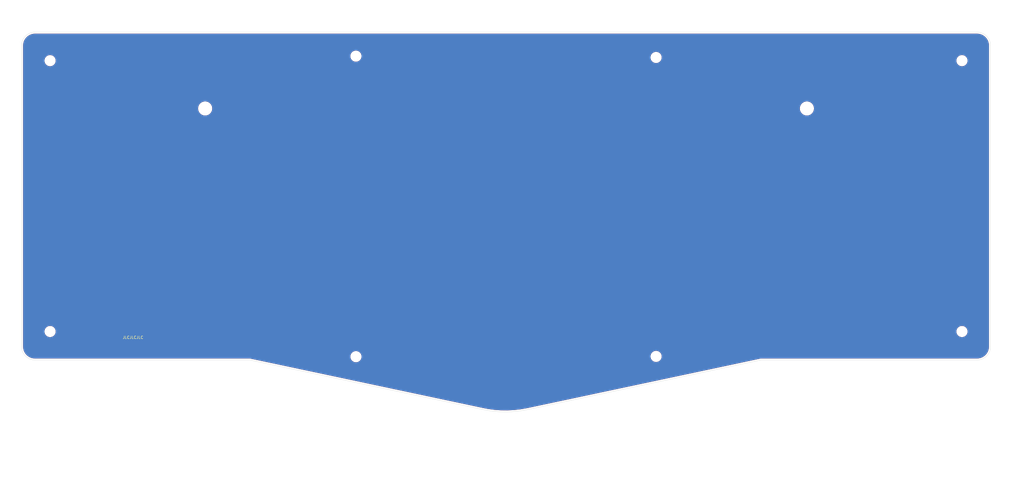
<source format=kicad_pcb>
(kicad_pcb (version 20171130) (host pcbnew 5.1.6-c6e7f7d~86~ubuntu18.04.1)

  (general
    (thickness 1.6)
    (drawings 13)
    (tracks 0)
    (zones 0)
    (modules 10)
    (nets 1)
  )

  (page A4)
  (layers
    (0 F.Cu signal)
    (31 B.Cu signal)
    (32 B.Adhes user)
    (33 F.Adhes user)
    (34 B.Paste user)
    (35 F.Paste user)
    (36 B.SilkS user)
    (37 F.SilkS user)
    (38 B.Mask user)
    (39 F.Mask user)
    (40 Dwgs.User user)
    (41 Cmts.User user)
    (42 Eco1.User user)
    (43 Eco2.User user)
    (44 Edge.Cuts user)
    (45 Margin user)
    (46 B.CrtYd user)
    (47 F.CrtYd user)
    (48 B.Fab user)
    (49 F.Fab user)
  )

  (setup
    (last_trace_width 0.25)
    (trace_clearance 0.2)
    (zone_clearance 0.508)
    (zone_45_only no)
    (trace_min 0.2)
    (via_size 0.8)
    (via_drill 0.4)
    (via_min_size 0.4)
    (via_min_drill 0.3)
    (uvia_size 0.3)
    (uvia_drill 0.1)
    (uvias_allowed no)
    (uvia_min_size 0.2)
    (uvia_min_drill 0.1)
    (edge_width 0.05)
    (segment_width 0.2)
    (pcb_text_width 0.3)
    (pcb_text_size 1.5 1.5)
    (mod_edge_width 0.12)
    (mod_text_size 1 1)
    (mod_text_width 0.15)
    (pad_size 1.524 1.524)
    (pad_drill 0.762)
    (pad_to_mask_clearance 0.05)
    (aux_axis_origin 0 0)
    (visible_elements FFFFFF7F)
    (pcbplotparams
      (layerselection 0x010fc_ffffffff)
      (usegerberextensions false)
      (usegerberattributes true)
      (usegerberadvancedattributes true)
      (creategerberjobfile true)
      (excludeedgelayer true)
      (linewidth 0.100000)
      (plotframeref false)
      (viasonmask false)
      (mode 1)
      (useauxorigin false)
      (hpglpennumber 1)
      (hpglpenspeed 20)
      (hpglpendiameter 15.000000)
      (psnegative false)
      (psa4output false)
      (plotreference true)
      (plotvalue true)
      (plotinvisibletext false)
      (padsonsilk false)
      (subtractmaskfromsilk false)
      (outputformat 1)
      (mirror false)
      (drillshape 0)
      (scaleselection 1)
      (outputdirectory "gerbers"))
  )

  (net 0 "")

  (net_class Default "This is the default net class."
    (clearance 0.2)
    (trace_width 0.25)
    (via_dia 0.8)
    (via_drill 0.4)
    (uvia_dia 0.3)
    (uvia_drill 0.1)
  )

  (module MountingHole:MountingHole_3.2mm_M3 (layer F.Cu) (tedit 56D1B4CB) (tstamp 5EE4C0F8)
    (at 371.66875 129.767699)
    (descr "Mounting Hole 3.2mm, no annular, M3")
    (tags "mounting hole 3.2mm no annular m3")
    (attr virtual)
    (fp_text reference REF** (at 0 -4.5) (layer F.SilkS) hide
      (effects (font (size 1 1) (thickness 0.15)))
    )
    (fp_text value MountingHole_3.2mm_M3 (at 0 4.5) (layer F.Fab)
      (effects (font (size 1 1) (thickness 0.15)))
    )
    (fp_circle (center 0 0) (end 3.45 0) (layer F.CrtYd) (width 0.05))
    (fp_circle (center 0 0) (end 3.2 0) (layer Cmts.User) (width 0.15))
    (fp_text user %R (at 0.3 0) (layer F.Fab)
      (effects (font (size 1 1) (thickness 0.15)))
    )
    (pad 1 np_thru_hole circle (at 0 0) (size 3.2 3.2) (drill 3.2) (layers *.Cu *.Mask))
  )

  (module MountingHole:MountingHole_3.2mm_M3 (layer F.Cu) (tedit 56D1B4CB) (tstamp 5EE4C037)
    (at 256.66875 139.136074)
    (descr "Mounting Hole 3.2mm, no annular, M3")
    (tags "mounting hole 3.2mm no annular m3")
    (attr virtual)
    (fp_text reference REF** (at 0 -4.5) (layer F.SilkS) hide
      (effects (font (size 1 1) (thickness 0.15)))
    )
    (fp_text value MountingHole_3.2mm_M3 (at 0 4.5) (layer F.Fab)
      (effects (font (size 1 1) (thickness 0.15)))
    )
    (fp_circle (center 0 0) (end 3.45 0) (layer F.CrtYd) (width 0.05))
    (fp_circle (center 0 0) (end 3.2 0) (layer Cmts.User) (width 0.15))
    (fp_text user %R (at 0.3 0) (layer F.Fab)
      (effects (font (size 1 1) (thickness 0.15)))
    )
    (pad 1 np_thru_hole circle (at 0 0) (size 3.2 3.2) (drill 3.2) (layers *.Cu *.Mask))
  )

  (module MountingHole:MountingHole_3.2mm_M3 (layer F.Cu) (tedit 56D1B4CB) (tstamp 5EE4BF76)
    (at 143.83 139.242086)
    (descr "Mounting Hole 3.2mm, no annular, M3")
    (tags "mounting hole 3.2mm no annular m3")
    (attr virtual)
    (fp_text reference REF** (at 0 -4.5) (layer F.SilkS) hide
      (effects (font (size 1 1) (thickness 0.15)))
    )
    (fp_text value MountingHole_3.2mm_M3 (at 0 4.5) (layer F.Fab)
      (effects (font (size 1 1) (thickness 0.15)))
    )
    (fp_circle (center 0 0) (end 3.45 0) (layer F.CrtYd) (width 0.05))
    (fp_circle (center 0 0) (end 3.2 0) (layer Cmts.User) (width 0.15))
    (fp_text user %R (at 0.3 0) (layer F.Fab)
      (effects (font (size 1 1) (thickness 0.15)))
    )
    (pad 1 np_thru_hole circle (at 0 0) (size 3.2 3.2) (drill 3.2) (layers *.Cu *.Mask))
  )

  (module MountingHole:MountingHole_3.2mm_M3 (layer F.Cu) (tedit 56D1B4CB) (tstamp 5EE4BEAA)
    (at 28.830001 129.767699)
    (descr "Mounting Hole 3.2mm, no annular, M3")
    (tags "mounting hole 3.2mm no annular m3")
    (attr virtual)
    (fp_text reference REF** (at 0 -4.5) (layer F.SilkS) hide
      (effects (font (size 1 1) (thickness 0.15)))
    )
    (fp_text value MountingHole_3.2mm_M3 (at 0 4.5) (layer F.Fab)
      (effects (font (size 1 1) (thickness 0.15)))
    )
    (fp_circle (center 0 0) (end 3.45 0) (layer F.CrtYd) (width 0.05))
    (fp_circle (center 0 0) (end 3.2 0) (layer Cmts.User) (width 0.15))
    (fp_text user %R (at 0.3 0) (layer F.Fab)
      (effects (font (size 1 1) (thickness 0.15)))
    )
    (pad 1 np_thru_hole circle (at 0 0) (size 3.2 3.2) (drill 3.2) (layers *.Cu *.Mask))
  )

  (module MountingHole:MountingHole_3.2mm_M3 (layer F.Cu) (tedit 56D1B4CB) (tstamp 5EE4BDEC)
    (at 371.66875 27.827699)
    (descr "Mounting Hole 3.2mm, no annular, M3")
    (tags "mounting hole 3.2mm no annular m3")
    (attr virtual)
    (fp_text reference REF** (at 0 -4.5) (layer F.SilkS) hide
      (effects (font (size 1 1) (thickness 0.15)))
    )
    (fp_text value MountingHole_3.2mm_M3 (at 0 4.5) (layer F.Fab)
      (effects (font (size 1 1) (thickness 0.15)))
    )
    (fp_circle (center 0 0) (end 3.45 0) (layer F.CrtYd) (width 0.05))
    (fp_circle (center 0 0) (end 3.2 0) (layer Cmts.User) (width 0.15))
    (fp_text user %R (at 0.3 0) (layer F.Fab)
      (effects (font (size 1 1) (thickness 0.15)))
    )
    (pad 1 np_thru_hole circle (at 0 0) (size 3.2 3.2) (drill 3.2) (layers *.Cu *.Mask))
  )

  (module MountingHole:MountingHole_3.2mm_M3 (layer F.Cu) (tedit 56D1B4CB) (tstamp 5EE4BD2B)
    (at 256.66875 26.627699)
    (descr "Mounting Hole 3.2mm, no annular, M3")
    (tags "mounting hole 3.2mm no annular m3")
    (attr virtual)
    (fp_text reference REF** (at 0 -4.5) (layer F.SilkS) hide
      (effects (font (size 1 1) (thickness 0.15)))
    )
    (fp_text value MountingHole_3.2mm_M3 (at 0 4.5) (layer F.Fab)
      (effects (font (size 1 1) (thickness 0.15)))
    )
    (fp_circle (center 0 0) (end 3.45 0) (layer F.CrtYd) (width 0.05))
    (fp_circle (center 0 0) (end 3.2 0) (layer Cmts.User) (width 0.15))
    (fp_text user %R (at 0.3 0) (layer F.Fab)
      (effects (font (size 1 1) (thickness 0.15)))
    )
    (pad 1 np_thru_hole circle (at 0 0) (size 3.2 3.2) (drill 3.2) (layers *.Cu *.Mask))
  )

  (module MountingHole:MountingHole_3.2mm_M3 (layer F.Cu) (tedit 56D1B4CB) (tstamp 5EE4BC95)
    (at 143.817434 26.127699)
    (descr "Mounting Hole 3.2mm, no annular, M3")
    (tags "mounting hole 3.2mm no annular m3")
    (attr virtual)
    (fp_text reference REF** (at 0 -4.5) (layer F.SilkS) hide
      (effects (font (size 1 1) (thickness 0.15)))
    )
    (fp_text value MountingHole_3.2mm_M3 (at 0 4.5) (layer F.Fab)
      (effects (font (size 1 1) (thickness 0.15)))
    )
    (fp_circle (center 0 0) (end 3.45 0) (layer F.CrtYd) (width 0.05))
    (fp_circle (center 0 0) (end 3.2 0) (layer Cmts.User) (width 0.15))
    (fp_text user %R (at 0.3 0) (layer F.Fab)
      (effects (font (size 1 1) (thickness 0.15)))
    )
    (pad 1 np_thru_hole circle (at 0 0) (size 3.2 3.2) (drill 3.2) (layers *.Cu *.Mask))
  )

  (module MountingHole:MountingHole_3.2mm_M3 (layer F.Cu) (tedit 56D1B4CB) (tstamp 5EE4BBD7)
    (at 28.830001 27.827699)
    (descr "Mounting Hole 3.2mm, no annular, M3")
    (tags "mounting hole 3.2mm no annular m3")
    (attr virtual)
    (fp_text reference REF** (at 0 -4.5) (layer F.SilkS) hide
      (effects (font (size 1 1) (thickness 0.15)))
    )
    (fp_text value MountingHole_3.2mm_M3 (at 0 4.5) (layer F.Fab)
      (effects (font (size 1 1) (thickness 0.15)))
    )
    (fp_circle (center 0 0) (end 3.45 0) (layer F.CrtYd) (width 0.05))
    (fp_circle (center 0 0) (end 3.2 0) (layer Cmts.User) (width 0.15))
    (fp_text user %R (at 0.3 0) (layer F.Fab)
      (effects (font (size 1 1) (thickness 0.15)))
    )
    (pad 1 np_thru_hole circle (at 0 0) (size 3.2 3.2) (drill 3.2) (layers *.Cu *.Mask))
  )

  (module MountingHole:MountingHole_4.3mm_M4 (layer F.Cu) (tedit 56D1B4CB) (tstamp 5EE4C2C2)
    (at 313.36875 45.827627)
    (descr "Mounting Hole 4.3mm, no annular, M4")
    (tags "mounting hole 4.3mm no annular m4")
    (attr virtual)
    (fp_text reference REF** (at 0 -5.3) (layer F.SilkS) hide
      (effects (font (size 1 1) (thickness 0.15)))
    )
    (fp_text value MountingHole_4.3mm_M4 (at 0 5.3) (layer F.Fab)
      (effects (font (size 1 1) (thickness 0.15)))
    )
    (fp_circle (center 0 0) (end 4.3 0) (layer Cmts.User) (width 0.15))
    (fp_circle (center 0 0) (end 4.55 0) (layer F.CrtYd) (width 0.05))
    (fp_text user %R (at 0.3 0) (layer F.Fab)
      (effects (font (size 1 1) (thickness 0.15)))
    )
    (pad 1 np_thru_hole circle (at 0 0) (size 4.3 4.3) (drill 4.3) (layers *.Cu *.Mask))
  )

  (module MountingHole:MountingHole_4.3mm_M4 (layer F.Cu) (tedit 56D1B4CB) (tstamp 5EE4C202)
    (at 87.13 45.827627)
    (descr "Mounting Hole 4.3mm, no annular, M4")
    (tags "mounting hole 4.3mm no annular m4")
    (attr virtual)
    (fp_text reference REF** (at 0 -5.3) (layer F.SilkS) hide
      (effects (font (size 1 1) (thickness 0.15)))
    )
    (fp_text value MountingHole_4.3mm_M4 (at 0 5.3) (layer F.Fab)
      (effects (font (size 1 1) (thickness 0.15)))
    )
    (fp_circle (center 0 0) (end 4.3 0) (layer Cmts.User) (width 0.15))
    (fp_circle (center 0 0) (end 4.55 0) (layer F.CrtYd) (width 0.05))
    (fp_text user %R (at 0.3 0) (layer F.Fab)
      (effects (font (size 1 1) (thickness 0.15)))
    )
    (pad 1 np_thru_hole circle (at 0 0) (size 4.3 4.3) (drill 4.3) (layers *.Cu *.Mask))
  )

  (gr_text JLCJLCJLC (at 60 132) (layer F.SilkS)
    (effects (font (size 1 1) (thickness 0.15)))
  )
  (gr_line (start 382.36875 22.127699) (end 382.36875 135.467699) (layer Edge.Cuts) (width 0.1))
  (gr_arc (start 377.36875 135.467699) (end 377.36875 140.467699) (angle -90) (layer Edge.Cuts) (width 0.1))
  (gr_arc (start 377.36875 22.127699) (end 382.36875 22.127699) (angle -90) (layer Edge.Cuts) (width 0.1))
  (gr_line (start 377.36875 140.467699) (end 296.096421 140.467699) (layer Edge.Cuts) (width 0.1))
  (gr_line (start 296.096421 140.467699) (end 208.316468 159.125904) (layer Edge.Cuts) (width 0.1))
  (gr_line (start 191.683532 159.125904) (end 103.903579 140.467699) (layer Edge.Cuts) (width 0.1))
  (gr_line (start 23.130001 17.127699) (end 377.36875 17.127699) (layer Edge.Cuts) (width 0.1))
  (gr_line (start 103.903579 140.467699) (end 23.130001 140.467699) (layer Edge.Cuts) (width 0.1))
  (gr_arc (start 23.130001 135.467699) (end 18.130001 135.467699) (angle -90) (layer Edge.Cuts) (width 0.1))
  (gr_line (start 18.130001 135.467699) (end 18.130001 22.127699) (layer Edge.Cuts) (width 0.1))
  (gr_arc (start 23.130001 22.127699) (end 23.130001 17.127699) (angle -90) (layer Edge.Cuts) (width 0.1))
  (gr_arc (start 200 120) (end 191.683532 159.125904) (angle -24) (layer Edge.Cuts) (width 0.1))

  (zone (net 0) (net_name "") (layer F.Cu) (tstamp 5EE54B06) (hatch edge 0.508)
    (connect_pads (clearance 0.508))
    (min_thickness 0.254)
    (fill yes (arc_segments 32) (thermal_gap 0.508) (thermal_bridge_width 0.508))
    (polygon
      (pts
        (xy 390 175) (xy 10 175) (xy 10 10) (xy 390 10)
      )
    )
    (filled_polygon
      (pts
        (xy 378.132387 17.883574) (xy 378.87189 18.085879) (xy 379.563878 18.415941) (xy 380.186483 18.863328) (xy 380.720018 19.413894)
        (xy 381.147626 20.050243) (xy 381.455791 20.75226) (xy 381.636033 21.503019) (xy 381.68375 22.152811) (xy 381.683751 135.437183)
        (xy 381.612875 136.231336) (xy 381.41057 136.970839) (xy 381.080508 137.662827) (xy 380.633121 138.285432) (xy 380.082558 138.818965)
        (xy 379.446206 139.246575) (xy 378.744187 139.554741) (xy 377.993431 139.734981) (xy 377.343638 139.782699) (xy 296.125562 139.782699)
        (xy 296.08741 139.779445) (xy 296.024862 139.786433) (xy 295.962138 139.792611) (xy 295.925483 139.80373) (xy 208.184597 158.453631)
        (xy 205.743199 158.892908) (xy 203.289767 159.17678) (xy 200.82334 159.30604) (xy 198.353672 159.280176) (xy 195.890501 159.099293)
        (xy 193.439996 158.763615) (xy 191.818936 158.454382) (xy 104.074521 139.803731) (xy 104.037862 139.792611) (xy 103.975124 139.786432)
        (xy 103.912589 139.779445) (xy 103.874438 139.782699) (xy 23.160506 139.782699) (xy 22.366364 139.711824) (xy 21.626861 139.509519)
        (xy 20.934873 139.179457) (xy 20.71569 139.021958) (xy 141.595 139.021958) (xy 141.595 139.462214) (xy 141.68089 139.894011)
        (xy 141.849369 140.300755) (xy 142.093962 140.666815) (xy 142.405271 140.978124) (xy 142.771331 141.222717) (xy 143.178075 141.391196)
        (xy 143.609872 141.477086) (xy 144.050128 141.477086) (xy 144.481925 141.391196) (xy 144.888669 141.222717) (xy 145.254729 140.978124)
        (xy 145.566038 140.666815) (xy 145.810631 140.300755) (xy 145.97911 139.894011) (xy 146.065 139.462214) (xy 146.065 139.021958)
        (xy 146.043913 138.915946) (xy 254.43375 138.915946) (xy 254.43375 139.356202) (xy 254.51964 139.787999) (xy 254.688119 140.194743)
        (xy 254.932712 140.560803) (xy 255.244021 140.872112) (xy 255.610081 141.116705) (xy 256.016825 141.285184) (xy 256.448622 141.371074)
        (xy 256.888878 141.371074) (xy 257.320675 141.285184) (xy 257.727419 141.116705) (xy 258.093479 140.872112) (xy 258.404788 140.560803)
        (xy 258.649381 140.194743) (xy 258.81786 139.787999) (xy 258.90375 139.356202) (xy 258.90375 138.915946) (xy 258.81786 138.484149)
        (xy 258.649381 138.077405) (xy 258.404788 137.711345) (xy 258.093479 137.400036) (xy 257.727419 137.155443) (xy 257.320675 136.986964)
        (xy 256.888878 136.901074) (xy 256.448622 136.901074) (xy 256.016825 136.986964) (xy 255.610081 137.155443) (xy 255.244021 137.400036)
        (xy 254.932712 137.711345) (xy 254.688119 138.077405) (xy 254.51964 138.484149) (xy 254.43375 138.915946) (xy 146.043913 138.915946)
        (xy 145.97911 138.590161) (xy 145.810631 138.183417) (xy 145.566038 137.817357) (xy 145.254729 137.506048) (xy 144.888669 137.261455)
        (xy 144.481925 137.092976) (xy 144.050128 137.007086) (xy 143.609872 137.007086) (xy 143.178075 137.092976) (xy 142.771331 137.261455)
        (xy 142.405271 137.506048) (xy 142.093962 137.817357) (xy 141.849369 138.183417) (xy 141.68089 138.590161) (xy 141.595 139.021958)
        (xy 20.71569 139.021958) (xy 20.312268 138.73207) (xy 19.778735 138.181507) (xy 19.351125 137.545155) (xy 19.042959 136.843136)
        (xy 18.862719 136.09238) (xy 18.815001 135.442587) (xy 18.815001 129.547571) (xy 26.595001 129.547571) (xy 26.595001 129.987827)
        (xy 26.680891 130.419624) (xy 26.84937 130.826368) (xy 27.093963 131.192428) (xy 27.405272 131.503737) (xy 27.771332 131.74833)
        (xy 28.178076 131.916809) (xy 28.609873 132.002699) (xy 29.050129 132.002699) (xy 29.481926 131.916809) (xy 29.88867 131.74833)
        (xy 30.25473 131.503737) (xy 30.566039 131.192428) (xy 30.810632 130.826368) (xy 30.979111 130.419624) (xy 31.065001 129.987827)
        (xy 31.065001 129.547571) (xy 369.43375 129.547571) (xy 369.43375 129.987827) (xy 369.51964 130.419624) (xy 369.688119 130.826368)
        (xy 369.932712 131.192428) (xy 370.244021 131.503737) (xy 370.610081 131.74833) (xy 371.016825 131.916809) (xy 371.448622 132.002699)
        (xy 371.888878 132.002699) (xy 372.320675 131.916809) (xy 372.727419 131.74833) (xy 373.093479 131.503737) (xy 373.404788 131.192428)
        (xy 373.649381 130.826368) (xy 373.81786 130.419624) (xy 373.90375 129.987827) (xy 373.90375 129.547571) (xy 373.81786 129.115774)
        (xy 373.649381 128.70903) (xy 373.404788 128.34297) (xy 373.093479 128.031661) (xy 372.727419 127.787068) (xy 372.320675 127.618589)
        (xy 371.888878 127.532699) (xy 371.448622 127.532699) (xy 371.016825 127.618589) (xy 370.610081 127.787068) (xy 370.244021 128.031661)
        (xy 369.932712 128.34297) (xy 369.688119 128.70903) (xy 369.51964 129.115774) (xy 369.43375 129.547571) (xy 31.065001 129.547571)
        (xy 30.979111 129.115774) (xy 30.810632 128.70903) (xy 30.566039 128.34297) (xy 30.25473 128.031661) (xy 29.88867 127.787068)
        (xy 29.481926 127.618589) (xy 29.050129 127.532699) (xy 28.609873 127.532699) (xy 28.178076 127.618589) (xy 27.771332 127.787068)
        (xy 27.405272 128.031661) (xy 27.093963 128.34297) (xy 26.84937 128.70903) (xy 26.680891 129.115774) (xy 26.595001 129.547571)
        (xy 18.815001 129.547571) (xy 18.815001 45.553328) (xy 84.345 45.553328) (xy 84.345 46.101926) (xy 84.452026 46.639981)
        (xy 84.661965 47.146819) (xy 84.96675 47.602961) (xy 85.354666 47.990877) (xy 85.810808 48.295662) (xy 86.317646 48.505601)
        (xy 86.855701 48.612627) (xy 87.404299 48.612627) (xy 87.942354 48.505601) (xy 88.449192 48.295662) (xy 88.905334 47.990877)
        (xy 89.29325 47.602961) (xy 89.598035 47.146819) (xy 89.807974 46.639981) (xy 89.915 46.101926) (xy 89.915 45.553328)
        (xy 310.58375 45.553328) (xy 310.58375 46.101926) (xy 310.690776 46.639981) (xy 310.900715 47.146819) (xy 311.2055 47.602961)
        (xy 311.593416 47.990877) (xy 312.049558 48.295662) (xy 312.556396 48.505601) (xy 313.094451 48.612627) (xy 313.643049 48.612627)
        (xy 314.181104 48.505601) (xy 314.687942 48.295662) (xy 315.144084 47.990877) (xy 315.532 47.602961) (xy 315.836785 47.146819)
        (xy 316.046724 46.639981) (xy 316.15375 46.101926) (xy 316.15375 45.553328) (xy 316.046724 45.015273) (xy 315.836785 44.508435)
        (xy 315.532 44.052293) (xy 315.144084 43.664377) (xy 314.687942 43.359592) (xy 314.181104 43.149653) (xy 313.643049 43.042627)
        (xy 313.094451 43.042627) (xy 312.556396 43.149653) (xy 312.049558 43.359592) (xy 311.593416 43.664377) (xy 311.2055 44.052293)
        (xy 310.900715 44.508435) (xy 310.690776 45.015273) (xy 310.58375 45.553328) (xy 89.915 45.553328) (xy 89.807974 45.015273)
        (xy 89.598035 44.508435) (xy 89.29325 44.052293) (xy 88.905334 43.664377) (xy 88.449192 43.359592) (xy 87.942354 43.149653)
        (xy 87.404299 43.042627) (xy 86.855701 43.042627) (xy 86.317646 43.149653) (xy 85.810808 43.359592) (xy 85.354666 43.664377)
        (xy 84.96675 44.052293) (xy 84.661965 44.508435) (xy 84.452026 45.015273) (xy 84.345 45.553328) (xy 18.815001 45.553328)
        (xy 18.815001 27.607571) (xy 26.595001 27.607571) (xy 26.595001 28.047827) (xy 26.680891 28.479624) (xy 26.84937 28.886368)
        (xy 27.093963 29.252428) (xy 27.405272 29.563737) (xy 27.771332 29.80833) (xy 28.178076 29.976809) (xy 28.609873 30.062699)
        (xy 29.050129 30.062699) (xy 29.481926 29.976809) (xy 29.88867 29.80833) (xy 30.25473 29.563737) (xy 30.566039 29.252428)
        (xy 30.810632 28.886368) (xy 30.979111 28.479624) (xy 31.065001 28.047827) (xy 31.065001 27.607571) (xy 30.979111 27.175774)
        (xy 30.810632 26.76903) (xy 30.566039 26.40297) (xy 30.25473 26.091661) (xy 29.97922 25.907571) (xy 141.582434 25.907571)
        (xy 141.582434 26.347827) (xy 141.668324 26.779624) (xy 141.836803 27.186368) (xy 142.081396 27.552428) (xy 142.392705 27.863737)
        (xy 142.758765 28.10833) (xy 143.165509 28.276809) (xy 143.597306 28.362699) (xy 144.037562 28.362699) (xy 144.469359 28.276809)
        (xy 144.876103 28.10833) (xy 145.242163 27.863737) (xy 145.553472 27.552428) (xy 145.798065 27.186368) (xy 145.966544 26.779624)
        (xy 146.04055 26.407571) (xy 254.43375 26.407571) (xy 254.43375 26.847827) (xy 254.51964 27.279624) (xy 254.688119 27.686368)
        (xy 254.932712 28.052428) (xy 255.244021 28.363737) (xy 255.610081 28.60833) (xy 256.016825 28.776809) (xy 256.448622 28.862699)
        (xy 256.888878 28.862699) (xy 257.320675 28.776809) (xy 257.727419 28.60833) (xy 258.093479 28.363737) (xy 258.404788 28.052428)
        (xy 258.649381 27.686368) (xy 258.682019 27.607571) (xy 369.43375 27.607571) (xy 369.43375 28.047827) (xy 369.51964 28.479624)
        (xy 369.688119 28.886368) (xy 369.932712 29.252428) (xy 370.244021 29.563737) (xy 370.610081 29.80833) (xy 371.016825 29.976809)
        (xy 371.448622 30.062699) (xy 371.888878 30.062699) (xy 372.320675 29.976809) (xy 372.727419 29.80833) (xy 373.093479 29.563737)
        (xy 373.404788 29.252428) (xy 373.649381 28.886368) (xy 373.81786 28.479624) (xy 373.90375 28.047827) (xy 373.90375 27.607571)
        (xy 373.81786 27.175774) (xy 373.649381 26.76903) (xy 373.404788 26.40297) (xy 373.093479 26.091661) (xy 372.727419 25.847068)
        (xy 372.320675 25.678589) (xy 371.888878 25.592699) (xy 371.448622 25.592699) (xy 371.016825 25.678589) (xy 370.610081 25.847068)
        (xy 370.244021 26.091661) (xy 369.932712 26.40297) (xy 369.688119 26.76903) (xy 369.51964 27.175774) (xy 369.43375 27.607571)
        (xy 258.682019 27.607571) (xy 258.81786 27.279624) (xy 258.90375 26.847827) (xy 258.90375 26.407571) (xy 258.81786 25.975774)
        (xy 258.649381 25.56903) (xy 258.404788 25.20297) (xy 258.093479 24.891661) (xy 257.727419 24.647068) (xy 257.320675 24.478589)
        (xy 256.888878 24.392699) (xy 256.448622 24.392699) (xy 256.016825 24.478589) (xy 255.610081 24.647068) (xy 255.244021 24.891661)
        (xy 254.932712 25.20297) (xy 254.688119 25.56903) (xy 254.51964 25.975774) (xy 254.43375 26.407571) (xy 146.04055 26.407571)
        (xy 146.052434 26.347827) (xy 146.052434 25.907571) (xy 145.966544 25.475774) (xy 145.798065 25.06903) (xy 145.553472 24.70297)
        (xy 145.242163 24.391661) (xy 144.876103 24.147068) (xy 144.469359 23.978589) (xy 144.037562 23.892699) (xy 143.597306 23.892699)
        (xy 143.165509 23.978589) (xy 142.758765 24.147068) (xy 142.392705 24.391661) (xy 142.081396 24.70297) (xy 141.836803 25.06903)
        (xy 141.668324 25.475774) (xy 141.582434 25.907571) (xy 29.97922 25.907571) (xy 29.88867 25.847068) (xy 29.481926 25.678589)
        (xy 29.050129 25.592699) (xy 28.609873 25.592699) (xy 28.178076 25.678589) (xy 27.771332 25.847068) (xy 27.405272 26.091661)
        (xy 27.093963 26.40297) (xy 26.84937 26.76903) (xy 26.680891 27.175774) (xy 26.595001 27.607571) (xy 18.815001 27.607571)
        (xy 18.815001 22.158205) (xy 18.885876 21.364062) (xy 19.088181 20.624559) (xy 19.418243 19.932571) (xy 19.86563 19.309966)
        (xy 20.416196 18.776431) (xy 21.052545 18.348823) (xy 21.754562 18.040658) (xy 22.505321 17.860416) (xy 23.155113 17.812699)
        (xy 377.338244 17.812699)
      )
    )
  )
  (zone (net 0) (net_name "") (layer B.Cu) (tstamp 5EE54B03) (hatch edge 0.508)
    (connect_pads (clearance 0.508))
    (min_thickness 0.254)
    (fill yes (arc_segments 32) (thermal_gap 0.508) (thermal_bridge_width 0.508))
    (polygon
      (pts
        (xy 395 185) (xy 15 185) (xy 15 5) (xy 395 5)
      )
    )
    (filled_polygon
      (pts
        (xy 378.132387 17.883574) (xy 378.87189 18.085879) (xy 379.563878 18.415941) (xy 380.186483 18.863328) (xy 380.720018 19.413894)
        (xy 381.147626 20.050243) (xy 381.455791 20.75226) (xy 381.636033 21.503019) (xy 381.68375 22.152811) (xy 381.683751 135.437183)
        (xy 381.612875 136.231336) (xy 381.41057 136.970839) (xy 381.080508 137.662827) (xy 380.633121 138.285432) (xy 380.082558 138.818965)
        (xy 379.446206 139.246575) (xy 378.744187 139.554741) (xy 377.993431 139.734981) (xy 377.343638 139.782699) (xy 296.125562 139.782699)
        (xy 296.08741 139.779445) (xy 296.024862 139.786433) (xy 295.962138 139.792611) (xy 295.925483 139.80373) (xy 208.184597 158.453631)
        (xy 205.743199 158.892908) (xy 203.289767 159.17678) (xy 200.82334 159.30604) (xy 198.353672 159.280176) (xy 195.890501 159.099293)
        (xy 193.439996 158.763615) (xy 191.818936 158.454382) (xy 104.074521 139.803731) (xy 104.037862 139.792611) (xy 103.975124 139.786432)
        (xy 103.912589 139.779445) (xy 103.874438 139.782699) (xy 23.160506 139.782699) (xy 22.366364 139.711824) (xy 21.626861 139.509519)
        (xy 20.934873 139.179457) (xy 20.71569 139.021958) (xy 141.595 139.021958) (xy 141.595 139.462214) (xy 141.68089 139.894011)
        (xy 141.849369 140.300755) (xy 142.093962 140.666815) (xy 142.405271 140.978124) (xy 142.771331 141.222717) (xy 143.178075 141.391196)
        (xy 143.609872 141.477086) (xy 144.050128 141.477086) (xy 144.481925 141.391196) (xy 144.888669 141.222717) (xy 145.254729 140.978124)
        (xy 145.566038 140.666815) (xy 145.810631 140.300755) (xy 145.97911 139.894011) (xy 146.065 139.462214) (xy 146.065 139.021958)
        (xy 146.043913 138.915946) (xy 254.43375 138.915946) (xy 254.43375 139.356202) (xy 254.51964 139.787999) (xy 254.688119 140.194743)
        (xy 254.932712 140.560803) (xy 255.244021 140.872112) (xy 255.610081 141.116705) (xy 256.016825 141.285184) (xy 256.448622 141.371074)
        (xy 256.888878 141.371074) (xy 257.320675 141.285184) (xy 257.727419 141.116705) (xy 258.093479 140.872112) (xy 258.404788 140.560803)
        (xy 258.649381 140.194743) (xy 258.81786 139.787999) (xy 258.90375 139.356202) (xy 258.90375 138.915946) (xy 258.81786 138.484149)
        (xy 258.649381 138.077405) (xy 258.404788 137.711345) (xy 258.093479 137.400036) (xy 257.727419 137.155443) (xy 257.320675 136.986964)
        (xy 256.888878 136.901074) (xy 256.448622 136.901074) (xy 256.016825 136.986964) (xy 255.610081 137.155443) (xy 255.244021 137.400036)
        (xy 254.932712 137.711345) (xy 254.688119 138.077405) (xy 254.51964 138.484149) (xy 254.43375 138.915946) (xy 146.043913 138.915946)
        (xy 145.97911 138.590161) (xy 145.810631 138.183417) (xy 145.566038 137.817357) (xy 145.254729 137.506048) (xy 144.888669 137.261455)
        (xy 144.481925 137.092976) (xy 144.050128 137.007086) (xy 143.609872 137.007086) (xy 143.178075 137.092976) (xy 142.771331 137.261455)
        (xy 142.405271 137.506048) (xy 142.093962 137.817357) (xy 141.849369 138.183417) (xy 141.68089 138.590161) (xy 141.595 139.021958)
        (xy 20.71569 139.021958) (xy 20.312268 138.73207) (xy 19.778735 138.181507) (xy 19.351125 137.545155) (xy 19.042959 136.843136)
        (xy 18.862719 136.09238) (xy 18.815001 135.442587) (xy 18.815001 129.547571) (xy 26.595001 129.547571) (xy 26.595001 129.987827)
        (xy 26.680891 130.419624) (xy 26.84937 130.826368) (xy 27.093963 131.192428) (xy 27.405272 131.503737) (xy 27.771332 131.74833)
        (xy 28.178076 131.916809) (xy 28.609873 132.002699) (xy 29.050129 132.002699) (xy 29.481926 131.916809) (xy 29.88867 131.74833)
        (xy 30.25473 131.503737) (xy 30.566039 131.192428) (xy 30.810632 130.826368) (xy 30.979111 130.419624) (xy 31.065001 129.987827)
        (xy 31.065001 129.547571) (xy 369.43375 129.547571) (xy 369.43375 129.987827) (xy 369.51964 130.419624) (xy 369.688119 130.826368)
        (xy 369.932712 131.192428) (xy 370.244021 131.503737) (xy 370.610081 131.74833) (xy 371.016825 131.916809) (xy 371.448622 132.002699)
        (xy 371.888878 132.002699) (xy 372.320675 131.916809) (xy 372.727419 131.74833) (xy 373.093479 131.503737) (xy 373.404788 131.192428)
        (xy 373.649381 130.826368) (xy 373.81786 130.419624) (xy 373.90375 129.987827) (xy 373.90375 129.547571) (xy 373.81786 129.115774)
        (xy 373.649381 128.70903) (xy 373.404788 128.34297) (xy 373.093479 128.031661) (xy 372.727419 127.787068) (xy 372.320675 127.618589)
        (xy 371.888878 127.532699) (xy 371.448622 127.532699) (xy 371.016825 127.618589) (xy 370.610081 127.787068) (xy 370.244021 128.031661)
        (xy 369.932712 128.34297) (xy 369.688119 128.70903) (xy 369.51964 129.115774) (xy 369.43375 129.547571) (xy 31.065001 129.547571)
        (xy 30.979111 129.115774) (xy 30.810632 128.70903) (xy 30.566039 128.34297) (xy 30.25473 128.031661) (xy 29.88867 127.787068)
        (xy 29.481926 127.618589) (xy 29.050129 127.532699) (xy 28.609873 127.532699) (xy 28.178076 127.618589) (xy 27.771332 127.787068)
        (xy 27.405272 128.031661) (xy 27.093963 128.34297) (xy 26.84937 128.70903) (xy 26.680891 129.115774) (xy 26.595001 129.547571)
        (xy 18.815001 129.547571) (xy 18.815001 45.553328) (xy 84.345 45.553328) (xy 84.345 46.101926) (xy 84.452026 46.639981)
        (xy 84.661965 47.146819) (xy 84.96675 47.602961) (xy 85.354666 47.990877) (xy 85.810808 48.295662) (xy 86.317646 48.505601)
        (xy 86.855701 48.612627) (xy 87.404299 48.612627) (xy 87.942354 48.505601) (xy 88.449192 48.295662) (xy 88.905334 47.990877)
        (xy 89.29325 47.602961) (xy 89.598035 47.146819) (xy 89.807974 46.639981) (xy 89.915 46.101926) (xy 89.915 45.553328)
        (xy 310.58375 45.553328) (xy 310.58375 46.101926) (xy 310.690776 46.639981) (xy 310.900715 47.146819) (xy 311.2055 47.602961)
        (xy 311.593416 47.990877) (xy 312.049558 48.295662) (xy 312.556396 48.505601) (xy 313.094451 48.612627) (xy 313.643049 48.612627)
        (xy 314.181104 48.505601) (xy 314.687942 48.295662) (xy 315.144084 47.990877) (xy 315.532 47.602961) (xy 315.836785 47.146819)
        (xy 316.046724 46.639981) (xy 316.15375 46.101926) (xy 316.15375 45.553328) (xy 316.046724 45.015273) (xy 315.836785 44.508435)
        (xy 315.532 44.052293) (xy 315.144084 43.664377) (xy 314.687942 43.359592) (xy 314.181104 43.149653) (xy 313.643049 43.042627)
        (xy 313.094451 43.042627) (xy 312.556396 43.149653) (xy 312.049558 43.359592) (xy 311.593416 43.664377) (xy 311.2055 44.052293)
        (xy 310.900715 44.508435) (xy 310.690776 45.015273) (xy 310.58375 45.553328) (xy 89.915 45.553328) (xy 89.807974 45.015273)
        (xy 89.598035 44.508435) (xy 89.29325 44.052293) (xy 88.905334 43.664377) (xy 88.449192 43.359592) (xy 87.942354 43.149653)
        (xy 87.404299 43.042627) (xy 86.855701 43.042627) (xy 86.317646 43.149653) (xy 85.810808 43.359592) (xy 85.354666 43.664377)
        (xy 84.96675 44.052293) (xy 84.661965 44.508435) (xy 84.452026 45.015273) (xy 84.345 45.553328) (xy 18.815001 45.553328)
        (xy 18.815001 27.607571) (xy 26.595001 27.607571) (xy 26.595001 28.047827) (xy 26.680891 28.479624) (xy 26.84937 28.886368)
        (xy 27.093963 29.252428) (xy 27.405272 29.563737) (xy 27.771332 29.80833) (xy 28.178076 29.976809) (xy 28.609873 30.062699)
        (xy 29.050129 30.062699) (xy 29.481926 29.976809) (xy 29.88867 29.80833) (xy 30.25473 29.563737) (xy 30.566039 29.252428)
        (xy 30.810632 28.886368) (xy 30.979111 28.479624) (xy 31.065001 28.047827) (xy 31.065001 27.607571) (xy 30.979111 27.175774)
        (xy 30.810632 26.76903) (xy 30.566039 26.40297) (xy 30.25473 26.091661) (xy 29.97922 25.907571) (xy 141.582434 25.907571)
        (xy 141.582434 26.347827) (xy 141.668324 26.779624) (xy 141.836803 27.186368) (xy 142.081396 27.552428) (xy 142.392705 27.863737)
        (xy 142.758765 28.10833) (xy 143.165509 28.276809) (xy 143.597306 28.362699) (xy 144.037562 28.362699) (xy 144.469359 28.276809)
        (xy 144.876103 28.10833) (xy 145.242163 27.863737) (xy 145.553472 27.552428) (xy 145.798065 27.186368) (xy 145.966544 26.779624)
        (xy 146.04055 26.407571) (xy 254.43375 26.407571) (xy 254.43375 26.847827) (xy 254.51964 27.279624) (xy 254.688119 27.686368)
        (xy 254.932712 28.052428) (xy 255.244021 28.363737) (xy 255.610081 28.60833) (xy 256.016825 28.776809) (xy 256.448622 28.862699)
        (xy 256.888878 28.862699) (xy 257.320675 28.776809) (xy 257.727419 28.60833) (xy 258.093479 28.363737) (xy 258.404788 28.052428)
        (xy 258.649381 27.686368) (xy 258.682019 27.607571) (xy 369.43375 27.607571) (xy 369.43375 28.047827) (xy 369.51964 28.479624)
        (xy 369.688119 28.886368) (xy 369.932712 29.252428) (xy 370.244021 29.563737) (xy 370.610081 29.80833) (xy 371.016825 29.976809)
        (xy 371.448622 30.062699) (xy 371.888878 30.062699) (xy 372.320675 29.976809) (xy 372.727419 29.80833) (xy 373.093479 29.563737)
        (xy 373.404788 29.252428) (xy 373.649381 28.886368) (xy 373.81786 28.479624) (xy 373.90375 28.047827) (xy 373.90375 27.607571)
        (xy 373.81786 27.175774) (xy 373.649381 26.76903) (xy 373.404788 26.40297) (xy 373.093479 26.091661) (xy 372.727419 25.847068)
        (xy 372.320675 25.678589) (xy 371.888878 25.592699) (xy 371.448622 25.592699) (xy 371.016825 25.678589) (xy 370.610081 25.847068)
        (xy 370.244021 26.091661) (xy 369.932712 26.40297) (xy 369.688119 26.76903) (xy 369.51964 27.175774) (xy 369.43375 27.607571)
        (xy 258.682019 27.607571) (xy 258.81786 27.279624) (xy 258.90375 26.847827) (xy 258.90375 26.407571) (xy 258.81786 25.975774)
        (xy 258.649381 25.56903) (xy 258.404788 25.20297) (xy 258.093479 24.891661) (xy 257.727419 24.647068) (xy 257.320675 24.478589)
        (xy 256.888878 24.392699) (xy 256.448622 24.392699) (xy 256.016825 24.478589) (xy 255.610081 24.647068) (xy 255.244021 24.891661)
        (xy 254.932712 25.20297) (xy 254.688119 25.56903) (xy 254.51964 25.975774) (xy 254.43375 26.407571) (xy 146.04055 26.407571)
        (xy 146.052434 26.347827) (xy 146.052434 25.907571) (xy 145.966544 25.475774) (xy 145.798065 25.06903) (xy 145.553472 24.70297)
        (xy 145.242163 24.391661) (xy 144.876103 24.147068) (xy 144.469359 23.978589) (xy 144.037562 23.892699) (xy 143.597306 23.892699)
        (xy 143.165509 23.978589) (xy 142.758765 24.147068) (xy 142.392705 24.391661) (xy 142.081396 24.70297) (xy 141.836803 25.06903)
        (xy 141.668324 25.475774) (xy 141.582434 25.907571) (xy 29.97922 25.907571) (xy 29.88867 25.847068) (xy 29.481926 25.678589)
        (xy 29.050129 25.592699) (xy 28.609873 25.592699) (xy 28.178076 25.678589) (xy 27.771332 25.847068) (xy 27.405272 26.091661)
        (xy 27.093963 26.40297) (xy 26.84937 26.76903) (xy 26.680891 27.175774) (xy 26.595001 27.607571) (xy 18.815001 27.607571)
        (xy 18.815001 22.158205) (xy 18.885876 21.364062) (xy 19.088181 20.624559) (xy 19.418243 19.932571) (xy 19.86563 19.309966)
        (xy 20.416196 18.776431) (xy 21.052545 18.348823) (xy 21.754562 18.040658) (xy 22.505321 17.860416) (xy 23.155113 17.812699)
        (xy 377.338244 17.812699)
      )
    )
  )
)

</source>
